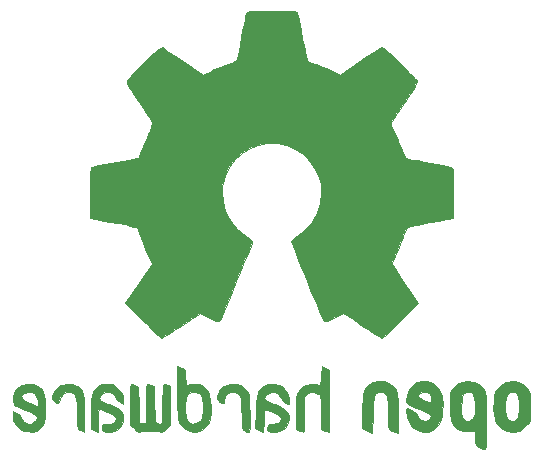
<source format=gbo>
%TF.GenerationSoftware,KiCad,Pcbnew,(5.1.6)-1*%
%TF.CreationDate,2020-09-09T12:12:14+05:30*%
%TF.ProjectId,teenDynClamp_V02,7465656e-4479-46e4-936c-616d705f5630,v02*%
%TF.SameCoordinates,Original*%
%TF.FileFunction,Legend,Bot*%
%TF.FilePolarity,Positive*%
%FSLAX46Y46*%
G04 Gerber Fmt 4.6, Leading zero omitted, Abs format (unit mm)*
G04 Created by KiCad (PCBNEW (5.1.6)-1) date 2020-09-09 12:12:14*
%MOMM*%
%LPD*%
G01*
G04 APERTURE LIST*
%ADD10C,0.010000*%
G04 APERTURE END LIST*
D10*
%TO.C,REF\u002A\u002A*%
G36*
X117693668Y-89327011D02*
G01*
X117321833Y-89512408D01*
X116993640Y-89853769D01*
X116903256Y-89980213D01*
X116804792Y-90145668D01*
X116740906Y-90325374D01*
X116704357Y-90565215D01*
X116687904Y-90911073D01*
X116684291Y-91367669D01*
X116700606Y-91993385D01*
X116757319Y-92463195D01*
X116866077Y-92813694D01*
X117038527Y-93081476D01*
X117286319Y-93303137D01*
X117304526Y-93316261D01*
X117548732Y-93450511D01*
X117842801Y-93516934D01*
X118216793Y-93533310D01*
X118824775Y-93533310D01*
X118825031Y-94123523D01*
X118830688Y-94452234D01*
X118865165Y-94645045D01*
X118955260Y-94760686D01*
X119127773Y-94857881D01*
X119169202Y-94877738D01*
X119363077Y-94970796D01*
X119513187Y-95029572D01*
X119624805Y-95034648D01*
X119703206Y-94966604D01*
X119753665Y-94806023D01*
X119781456Y-94533485D01*
X119791854Y-94129573D01*
X119790133Y-93574868D01*
X119781569Y-92849951D01*
X119778895Y-92633119D01*
X119769259Y-91885673D01*
X119760627Y-91396738D01*
X118825287Y-91396738D01*
X118820030Y-91811753D01*
X118796666Y-92083289D01*
X118743806Y-92262384D01*
X118650062Y-92400078D01*
X118586415Y-92467236D01*
X118326216Y-92663737D01*
X118095842Y-92679732D01*
X117858132Y-92517460D01*
X117852107Y-92511471D01*
X117755391Y-92386060D01*
X117696556Y-92215615D01*
X117666880Y-91953127D01*
X117657638Y-91551586D01*
X117657471Y-91462627D01*
X117679805Y-90909278D01*
X117752506Y-90525684D01*
X117884118Y-90291513D01*
X118083186Y-90186430D01*
X118198238Y-90175839D01*
X118471298Y-90225533D01*
X118658597Y-90389161D01*
X118771340Y-90688539D01*
X118820734Y-91145485D01*
X118825287Y-91396738D01*
X119760627Y-91396738D01*
X119759045Y-91307174D01*
X119745844Y-90871940D01*
X119727247Y-90554292D01*
X119700846Y-90328547D01*
X119664231Y-90169025D01*
X119614995Y-90050045D01*
X119550727Y-89945926D01*
X119523170Y-89906746D01*
X119157625Y-89536656D01*
X118695449Y-89326824D01*
X118160821Y-89268325D01*
X117693668Y-89327011D01*
G37*
X117693668Y-89327011D02*
X117321833Y-89512408D01*
X116993640Y-89853769D01*
X116903256Y-89980213D01*
X116804792Y-90145668D01*
X116740906Y-90325374D01*
X116704357Y-90565215D01*
X116687904Y-90911073D01*
X116684291Y-91367669D01*
X116700606Y-91993385D01*
X116757319Y-92463195D01*
X116866077Y-92813694D01*
X117038527Y-93081476D01*
X117286319Y-93303137D01*
X117304526Y-93316261D01*
X117548732Y-93450511D01*
X117842801Y-93516934D01*
X118216793Y-93533310D01*
X118824775Y-93533310D01*
X118825031Y-94123523D01*
X118830688Y-94452234D01*
X118865165Y-94645045D01*
X118955260Y-94760686D01*
X119127773Y-94857881D01*
X119169202Y-94877738D01*
X119363077Y-94970796D01*
X119513187Y-95029572D01*
X119624805Y-95034648D01*
X119703206Y-94966604D01*
X119753665Y-94806023D01*
X119781456Y-94533485D01*
X119791854Y-94129573D01*
X119790133Y-93574868D01*
X119781569Y-92849951D01*
X119778895Y-92633119D01*
X119769259Y-91885673D01*
X119760627Y-91396738D01*
X118825287Y-91396738D01*
X118820030Y-91811753D01*
X118796666Y-92083289D01*
X118743806Y-92262384D01*
X118650062Y-92400078D01*
X118586415Y-92467236D01*
X118326216Y-92663737D01*
X118095842Y-92679732D01*
X117858132Y-92517460D01*
X117852107Y-92511471D01*
X117755391Y-92386060D01*
X117696556Y-92215615D01*
X117666880Y-91953127D01*
X117657638Y-91551586D01*
X117657471Y-91462627D01*
X117679805Y-90909278D01*
X117752506Y-90525684D01*
X117884118Y-90291513D01*
X118083186Y-90186430D01*
X118198238Y-90175839D01*
X118471298Y-90225533D01*
X118658597Y-90389161D01*
X118771340Y-90688539D01*
X118820734Y-91145485D01*
X118825287Y-91396738D01*
X119760627Y-91396738D01*
X119759045Y-91307174D01*
X119745844Y-90871940D01*
X119727247Y-90554292D01*
X119700846Y-90328547D01*
X119664231Y-90169025D01*
X119614995Y-90050045D01*
X119550727Y-89945926D01*
X119523170Y-89906746D01*
X119157625Y-89536656D01*
X118695449Y-89326824D01*
X118160821Y-89268325D01*
X117693668Y-89327011D01*
G36*
X110208569Y-89379730D02*
G01*
X109896257Y-89560379D01*
X109679119Y-89739689D01*
X109520311Y-89927552D01*
X109410908Y-90157291D01*
X109341980Y-90462228D01*
X109304599Y-90875688D01*
X109289838Y-91430992D01*
X109288122Y-91830171D01*
X109288122Y-93299532D01*
X109701724Y-93484944D01*
X110115325Y-93670357D01*
X110163984Y-92060983D01*
X110184090Y-91459932D01*
X110205182Y-91023669D01*
X110231314Y-90722371D01*
X110266543Y-90526214D01*
X110314923Y-90405376D01*
X110380508Y-90330032D01*
X110401550Y-90313724D01*
X110720375Y-90186355D01*
X111042643Y-90236756D01*
X111234482Y-90370475D01*
X111312518Y-90465232D01*
X111366535Y-90589574D01*
X111400864Y-90778077D01*
X111419837Y-91065314D01*
X111427786Y-91485861D01*
X111429118Y-91924139D01*
X111429380Y-92473998D01*
X111438795Y-92863204D01*
X111470309Y-93125701D01*
X111536867Y-93295436D01*
X111651414Y-93406354D01*
X111826895Y-93492401D01*
X112061277Y-93581814D01*
X112317265Y-93679141D01*
X112286793Y-91951819D01*
X112274522Y-91329130D01*
X112260165Y-90868966D01*
X112239590Y-90539228D01*
X112208660Y-90307817D01*
X112163243Y-90142632D01*
X112099202Y-90011575D01*
X112021994Y-89895947D01*
X111649494Y-89526566D01*
X111194958Y-89312962D01*
X110700583Y-89261796D01*
X110208569Y-89379730D01*
G37*
X110208569Y-89379730D02*
X109896257Y-89560379D01*
X109679119Y-89739689D01*
X109520311Y-89927552D01*
X109410908Y-90157291D01*
X109341980Y-90462228D01*
X109304599Y-90875688D01*
X109289838Y-91430992D01*
X109288122Y-91830171D01*
X109288122Y-93299532D01*
X109701724Y-93484944D01*
X110115325Y-93670357D01*
X110163984Y-92060983D01*
X110184090Y-91459932D01*
X110205182Y-91023669D01*
X110231314Y-90722371D01*
X110266543Y-90526214D01*
X110314923Y-90405376D01*
X110380508Y-90330032D01*
X110401550Y-90313724D01*
X110720375Y-90186355D01*
X111042643Y-90236756D01*
X111234482Y-90370475D01*
X111312518Y-90465232D01*
X111366535Y-90589574D01*
X111400864Y-90778077D01*
X111419837Y-91065314D01*
X111427786Y-91485861D01*
X111429118Y-91924139D01*
X111429380Y-92473998D01*
X111438795Y-92863204D01*
X111470309Y-93125701D01*
X111536867Y-93295436D01*
X111651414Y-93406354D01*
X111826895Y-93492401D01*
X112061277Y-93581814D01*
X112317265Y-93679141D01*
X112286793Y-91951819D01*
X112274522Y-91329130D01*
X112260165Y-90868966D01*
X112239590Y-90539228D01*
X112208660Y-90307817D01*
X112163243Y-90142632D01*
X112099202Y-90011575D01*
X112021994Y-89895947D01*
X111649494Y-89526566D01*
X111194958Y-89312962D01*
X110700583Y-89261796D01*
X110208569Y-89379730D01*
G36*
X121439264Y-89340716D02*
G01*
X120983129Y-89580560D01*
X120646497Y-89966555D01*
X120526918Y-90214710D01*
X120433869Y-90587306D01*
X120386237Y-91058089D01*
X120381721Y-91571904D01*
X120418017Y-92073598D01*
X120492822Y-92508017D01*
X120603832Y-92820009D01*
X120637951Y-92873741D01*
X121042061Y-93274830D01*
X121522044Y-93515058D01*
X122042869Y-93585360D01*
X122569507Y-93476673D01*
X122716067Y-93411512D01*
X123001479Y-93210706D01*
X123251973Y-92944449D01*
X123275646Y-92910681D01*
X123371870Y-92747937D01*
X123435477Y-92573967D01*
X123473053Y-92344949D01*
X123491184Y-92017060D01*
X123496459Y-91546479D01*
X123496551Y-91440973D01*
X123496309Y-91407397D01*
X122523371Y-91407397D01*
X122517708Y-91851521D01*
X122495425Y-92146246D01*
X122448582Y-92336616D01*
X122369238Y-92467673D01*
X122328735Y-92511471D01*
X122095880Y-92677906D01*
X121869804Y-92670315D01*
X121641218Y-92525946D01*
X121504883Y-92371821D01*
X121424140Y-92146858D01*
X121378797Y-91792109D01*
X121375686Y-91750734D01*
X121367947Y-91107822D01*
X121448834Y-90630333D01*
X121617252Y-90321200D01*
X121872107Y-90183356D01*
X121963081Y-90175839D01*
X122201963Y-90213642D01*
X122365367Y-90344612D01*
X122465274Y-90595087D01*
X122513669Y-90991407D01*
X122523371Y-91407397D01*
X123496309Y-91407397D01*
X123492927Y-90939529D01*
X123477707Y-90589163D01*
X123444372Y-90346381D01*
X123386403Y-90167693D01*
X123297281Y-90009605D01*
X123277586Y-89980213D01*
X122946560Y-89584022D01*
X122585861Y-89354027D01*
X122146730Y-89262729D01*
X121997611Y-89258269D01*
X121439264Y-89340716D01*
G37*
X121439264Y-89340716D02*
X120983129Y-89580560D01*
X120646497Y-89966555D01*
X120526918Y-90214710D01*
X120433869Y-90587306D01*
X120386237Y-91058089D01*
X120381721Y-91571904D01*
X120418017Y-92073598D01*
X120492822Y-92508017D01*
X120603832Y-92820009D01*
X120637951Y-92873741D01*
X121042061Y-93274830D01*
X121522044Y-93515058D01*
X122042869Y-93585360D01*
X122569507Y-93476673D01*
X122716067Y-93411512D01*
X123001479Y-93210706D01*
X123251973Y-92944449D01*
X123275646Y-92910681D01*
X123371870Y-92747937D01*
X123435477Y-92573967D01*
X123473053Y-92344949D01*
X123491184Y-92017060D01*
X123496459Y-91546479D01*
X123496551Y-91440973D01*
X123496309Y-91407397D01*
X122523371Y-91407397D01*
X122517708Y-91851521D01*
X122495425Y-92146246D01*
X122448582Y-92336616D01*
X122369238Y-92467673D01*
X122328735Y-92511471D01*
X122095880Y-92677906D01*
X121869804Y-92670315D01*
X121641218Y-92525946D01*
X121504883Y-92371821D01*
X121424140Y-92146858D01*
X121378797Y-91792109D01*
X121375686Y-91750734D01*
X121367947Y-91107822D01*
X121448834Y-90630333D01*
X121617252Y-90321200D01*
X121872107Y-90183356D01*
X121963081Y-90175839D01*
X122201963Y-90213642D01*
X122365367Y-90344612D01*
X122465274Y-90595087D01*
X122513669Y-90991407D01*
X122523371Y-91407397D01*
X123496309Y-91407397D01*
X123492927Y-90939529D01*
X123477707Y-90589163D01*
X123444372Y-90346381D01*
X123386403Y-90167693D01*
X123297281Y-90009605D01*
X123277586Y-89980213D01*
X122946560Y-89584022D01*
X122585861Y-89354027D01*
X122146730Y-89262729D01*
X121997611Y-89258269D01*
X121439264Y-89340716D01*
G36*
X113881494Y-89402921D02*
G01*
X113497807Y-89661038D01*
X113201297Y-90033830D01*
X113024169Y-90508217D01*
X112988344Y-90857382D01*
X112992413Y-91003088D01*
X113026480Y-91114648D01*
X113120129Y-91214596D01*
X113302946Y-91325466D01*
X113604517Y-91469792D01*
X114054427Y-91670109D01*
X114056705Y-91671115D01*
X114470831Y-91860791D01*
X114810425Y-92029218D01*
X115040777Y-92158265D01*
X115127180Y-92229799D01*
X115127203Y-92230376D01*
X115051050Y-92386148D01*
X114872968Y-92557848D01*
X114668526Y-92681537D01*
X114564948Y-92706107D01*
X114282369Y-92621127D01*
X114039024Y-92408304D01*
X113920290Y-92174312D01*
X113806066Y-92001809D01*
X113582323Y-91805362D01*
X113319308Y-91635653D01*
X113087265Y-91543362D01*
X113038742Y-91538291D01*
X112984124Y-91621736D01*
X112980833Y-91835037D01*
X113020972Y-92122642D01*
X113096645Y-92429002D01*
X113199954Y-92698565D01*
X113205172Y-92709031D01*
X113516063Y-93143113D01*
X113918986Y-93438370D01*
X114376576Y-93583288D01*
X114851467Y-93566354D01*
X115306292Y-93376054D01*
X115326515Y-93362673D01*
X115684300Y-93038422D01*
X115919560Y-92615363D01*
X116049755Y-92059086D01*
X116067227Y-91902796D01*
X116098173Y-91165098D01*
X116061074Y-90821081D01*
X115127203Y-90821081D01*
X115115069Y-91035675D01*
X115048702Y-91098303D01*
X114883247Y-91051450D01*
X114622443Y-90940695D01*
X114330914Y-90801864D01*
X114323669Y-90798187D01*
X114076567Y-90668216D01*
X113977395Y-90581480D01*
X114001850Y-90490550D01*
X114104824Y-90371072D01*
X114366799Y-90198170D01*
X114648925Y-90185465D01*
X114901990Y-90311297D01*
X115076785Y-90554005D01*
X115127203Y-90821081D01*
X116061074Y-90821081D01*
X116034521Y-90574869D01*
X115871218Y-90106763D01*
X115643879Y-89778825D01*
X115233550Y-89447432D01*
X114781572Y-89283038D01*
X114320151Y-89272561D01*
X113881494Y-89402921D01*
G37*
X113881494Y-89402921D02*
X113497807Y-89661038D01*
X113201297Y-90033830D01*
X113024169Y-90508217D01*
X112988344Y-90857382D01*
X112992413Y-91003088D01*
X113026480Y-91114648D01*
X113120129Y-91214596D01*
X113302946Y-91325466D01*
X113604517Y-91469792D01*
X114054427Y-91670109D01*
X114056705Y-91671115D01*
X114470831Y-91860791D01*
X114810425Y-92029218D01*
X115040777Y-92158265D01*
X115127180Y-92229799D01*
X115127203Y-92230376D01*
X115051050Y-92386148D01*
X114872968Y-92557848D01*
X114668526Y-92681537D01*
X114564948Y-92706107D01*
X114282369Y-92621127D01*
X114039024Y-92408304D01*
X113920290Y-92174312D01*
X113806066Y-92001809D01*
X113582323Y-91805362D01*
X113319308Y-91635653D01*
X113087265Y-91543362D01*
X113038742Y-91538291D01*
X112984124Y-91621736D01*
X112980833Y-91835037D01*
X113020972Y-92122642D01*
X113096645Y-92429002D01*
X113199954Y-92698565D01*
X113205172Y-92709031D01*
X113516063Y-93143113D01*
X113918986Y-93438370D01*
X114376576Y-93583288D01*
X114851467Y-93566354D01*
X115306292Y-93376054D01*
X115326515Y-93362673D01*
X115684300Y-93038422D01*
X115919560Y-92615363D01*
X116049755Y-92059086D01*
X116067227Y-91902796D01*
X116098173Y-91165098D01*
X116061074Y-90821081D01*
X115127203Y-90821081D01*
X115115069Y-91035675D01*
X115048702Y-91098303D01*
X114883247Y-91051450D01*
X114622443Y-90940695D01*
X114330914Y-90801864D01*
X114323669Y-90798187D01*
X114076567Y-90668216D01*
X113977395Y-90581480D01*
X114001850Y-90490550D01*
X114104824Y-90371072D01*
X114366799Y-90198170D01*
X114648925Y-90185465D01*
X114901990Y-90311297D01*
X115076785Y-90554005D01*
X115127203Y-90821081D01*
X116061074Y-90821081D01*
X116034521Y-90574869D01*
X115871218Y-90106763D01*
X115643879Y-89778825D01*
X115233550Y-89447432D01*
X114781572Y-89283038D01*
X114320151Y-89272561D01*
X113881494Y-89402921D01*
G36*
X105784674Y-88866857D02*
G01*
X105756154Y-89264625D01*
X105723397Y-89499021D01*
X105678004Y-89601263D01*
X105611577Y-89602571D01*
X105590038Y-89590366D01*
X105303534Y-89501993D01*
X104930850Y-89507153D01*
X104551952Y-89597998D01*
X104314966Y-89715518D01*
X104071982Y-89903261D01*
X103894355Y-90115729D01*
X103772417Y-90385699D01*
X103696501Y-90745952D01*
X103656937Y-91229266D01*
X103644060Y-91868422D01*
X103643829Y-91991032D01*
X103643678Y-93368293D01*
X103950154Y-93475131D01*
X104167826Y-93547815D01*
X104287252Y-93581656D01*
X104290767Y-93581969D01*
X104302528Y-93490199D01*
X104312537Y-93237077D01*
X104320033Y-92855882D01*
X104324254Y-92379896D01*
X104324904Y-92090504D01*
X104326258Y-91519910D01*
X104333228Y-91110960D01*
X104350177Y-90830667D01*
X104381468Y-90646045D01*
X104431463Y-90524106D01*
X104504525Y-90431862D01*
X104550142Y-90387439D01*
X104863503Y-90208428D01*
X105205452Y-90195022D01*
X105515701Y-90346416D01*
X105573074Y-90401077D01*
X105657227Y-90503857D01*
X105715599Y-90625771D01*
X105752859Y-90802049D01*
X105773678Y-91067922D01*
X105782726Y-91458618D01*
X105784674Y-91997304D01*
X105784674Y-93368293D01*
X106091150Y-93475131D01*
X106308823Y-93547815D01*
X106428248Y-93581656D01*
X106431763Y-93581969D01*
X106440750Y-93488827D01*
X106448850Y-93226101D01*
X106455740Y-92818844D01*
X106461095Y-92292107D01*
X106464589Y-91670942D01*
X106465898Y-90980401D01*
X106465900Y-90949685D01*
X106465900Y-88317401D01*
X106149616Y-88183989D01*
X105833333Y-88050577D01*
X105784674Y-88866857D01*
G37*
X105784674Y-88866857D02*
X105756154Y-89264625D01*
X105723397Y-89499021D01*
X105678004Y-89601263D01*
X105611577Y-89602571D01*
X105590038Y-89590366D01*
X105303534Y-89501993D01*
X104930850Y-89507153D01*
X104551952Y-89597998D01*
X104314966Y-89715518D01*
X104071982Y-89903261D01*
X103894355Y-90115729D01*
X103772417Y-90385699D01*
X103696501Y-90745952D01*
X103656937Y-91229266D01*
X103644060Y-91868422D01*
X103643829Y-91991032D01*
X103643678Y-93368293D01*
X103950154Y-93475131D01*
X104167826Y-93547815D01*
X104287252Y-93581656D01*
X104290767Y-93581969D01*
X104302528Y-93490199D01*
X104312537Y-93237077D01*
X104320033Y-92855882D01*
X104324254Y-92379896D01*
X104324904Y-92090504D01*
X104326258Y-91519910D01*
X104333228Y-91110960D01*
X104350177Y-90830667D01*
X104381468Y-90646045D01*
X104431463Y-90524106D01*
X104504525Y-90431862D01*
X104550142Y-90387439D01*
X104863503Y-90208428D01*
X105205452Y-90195022D01*
X105515701Y-90346416D01*
X105573074Y-90401077D01*
X105657227Y-90503857D01*
X105715599Y-90625771D01*
X105752859Y-90802049D01*
X105773678Y-91067922D01*
X105782726Y-91458618D01*
X105784674Y-91997304D01*
X105784674Y-93368293D01*
X106091150Y-93475131D01*
X106308823Y-93547815D01*
X106428248Y-93581656D01*
X106431763Y-93581969D01*
X106440750Y-93488827D01*
X106448850Y-93226101D01*
X106455740Y-92818844D01*
X106461095Y-92292107D01*
X106464589Y-91670942D01*
X106465898Y-90980401D01*
X106465900Y-90949685D01*
X106465900Y-88317401D01*
X106149616Y-88183989D01*
X105833333Y-88050577D01*
X105784674Y-88866857D01*
G36*
X101333518Y-89535201D02*
G01*
X100952190Y-89676806D01*
X100947828Y-89679528D01*
X100711989Y-89853100D01*
X100537881Y-90055945D01*
X100415429Y-90320290D01*
X100334554Y-90678363D01*
X100285182Y-91162390D01*
X100257236Y-91804598D01*
X100254786Y-91896095D01*
X100219601Y-93275737D01*
X100515696Y-93428853D01*
X100729940Y-93532326D01*
X100859299Y-93581355D01*
X100865282Y-93581969D01*
X100887668Y-93491502D01*
X100905451Y-93247471D01*
X100916389Y-92890936D01*
X100918774Y-92602231D01*
X100918829Y-92134541D01*
X100940209Y-91840837D01*
X101014734Y-91700751D01*
X101174225Y-91693916D01*
X101450502Y-91799966D01*
X101867624Y-91994908D01*
X102174343Y-92156817D01*
X102332097Y-92297288D01*
X102378473Y-92450387D01*
X102378544Y-92457964D01*
X102302015Y-92721703D01*
X102075434Y-92864182D01*
X101728673Y-92884820D01*
X101478900Y-92881240D01*
X101347202Y-92953177D01*
X101265072Y-93125969D01*
X101217802Y-93346108D01*
X101285923Y-93471015D01*
X101311573Y-93488891D01*
X101553057Y-93560686D01*
X101891224Y-93570851D01*
X102239478Y-93523262D01*
X102486248Y-93436293D01*
X102827426Y-93146618D01*
X103021363Y-92743387D01*
X103059770Y-92428359D01*
X103030460Y-92144207D01*
X102924398Y-91912254D01*
X102714388Y-91706241D01*
X102373229Y-91499907D01*
X101873725Y-91266991D01*
X101843295Y-91253827D01*
X101393342Y-91045961D01*
X101115687Y-90875486D01*
X100996676Y-90722294D01*
X101022656Y-90566277D01*
X101179976Y-90387327D01*
X101227020Y-90346146D01*
X101542135Y-90186471D01*
X101868647Y-90193194D01*
X102153011Y-90349747D01*
X102341680Y-90639562D01*
X102359210Y-90696448D01*
X102529924Y-90972347D01*
X102746542Y-91105239D01*
X103059770Y-91236941D01*
X103059770Y-90896193D01*
X102964489Y-90400907D01*
X102681682Y-89946613D01*
X102534516Y-89794636D01*
X102199982Y-89599579D01*
X101774549Y-89511280D01*
X101333518Y-89535201D01*
G37*
X101333518Y-89535201D02*
X100952190Y-89676806D01*
X100947828Y-89679528D01*
X100711989Y-89853100D01*
X100537881Y-90055945D01*
X100415429Y-90320290D01*
X100334554Y-90678363D01*
X100285182Y-91162390D01*
X100257236Y-91804598D01*
X100254786Y-91896095D01*
X100219601Y-93275737D01*
X100515696Y-93428853D01*
X100729940Y-93532326D01*
X100859299Y-93581355D01*
X100865282Y-93581969D01*
X100887668Y-93491502D01*
X100905451Y-93247471D01*
X100916389Y-92890936D01*
X100918774Y-92602231D01*
X100918829Y-92134541D01*
X100940209Y-91840837D01*
X101014734Y-91700751D01*
X101174225Y-91693916D01*
X101450502Y-91799966D01*
X101867624Y-91994908D01*
X102174343Y-92156817D01*
X102332097Y-92297288D01*
X102378473Y-92450387D01*
X102378544Y-92457964D01*
X102302015Y-92721703D01*
X102075434Y-92864182D01*
X101728673Y-92884820D01*
X101478900Y-92881240D01*
X101347202Y-92953177D01*
X101265072Y-93125969D01*
X101217802Y-93346108D01*
X101285923Y-93471015D01*
X101311573Y-93488891D01*
X101553057Y-93560686D01*
X101891224Y-93570851D01*
X102239478Y-93523262D01*
X102486248Y-93436293D01*
X102827426Y-93146618D01*
X103021363Y-92743387D01*
X103059770Y-92428359D01*
X103030460Y-92144207D01*
X102924398Y-91912254D01*
X102714388Y-91706241D01*
X102373229Y-91499907D01*
X101873725Y-91266991D01*
X101843295Y-91253827D01*
X101393342Y-91045961D01*
X101115687Y-90875486D01*
X100996676Y-90722294D01*
X101022656Y-90566277D01*
X101179976Y-90387327D01*
X101227020Y-90346146D01*
X101542135Y-90186471D01*
X101868647Y-90193194D01*
X102153011Y-90349747D01*
X102341680Y-90639562D01*
X102359210Y-90696448D01*
X102529924Y-90972347D01*
X102746542Y-91105239D01*
X103059770Y-91236941D01*
X103059770Y-90896193D01*
X102964489Y-90400907D01*
X102681682Y-89946613D01*
X102534516Y-89794636D01*
X102199982Y-89599579D01*
X101774549Y-89511280D01*
X101333518Y-89535201D01*
G36*
X98046857Y-89527067D02*
G01*
X97604783Y-89690198D01*
X97246635Y-89978731D01*
X97106561Y-90181840D01*
X96953858Y-90554536D01*
X96957030Y-90824019D01*
X97117306Y-91005262D01*
X97176609Y-91036080D01*
X97432652Y-91132168D01*
X97563413Y-91107551D01*
X97607704Y-90946195D01*
X97609961Y-90857065D01*
X97691047Y-90529161D01*
X97902397Y-90299781D01*
X98196153Y-90188994D01*
X98524455Y-90216870D01*
X98791326Y-90361653D01*
X98881463Y-90444239D01*
X98945354Y-90544431D01*
X98988513Y-90695884D01*
X99016454Y-90932255D01*
X99034691Y-91287199D01*
X99048739Y-91794372D01*
X99052377Y-91954958D01*
X99065644Y-92504316D01*
X99080729Y-92890961D01*
X99103351Y-93146776D01*
X99139231Y-93303644D01*
X99194090Y-93393449D01*
X99273646Y-93448075D01*
X99324581Y-93472209D01*
X99540889Y-93554734D01*
X99668220Y-93581969D01*
X99710293Y-93491009D01*
X99735974Y-93216012D01*
X99745401Y-92753803D01*
X99738712Y-92101207D01*
X99736629Y-92000552D01*
X99721930Y-91405162D01*
X99704549Y-90970410D01*
X99679816Y-90662305D01*
X99643060Y-90446859D01*
X99589610Y-90290083D01*
X99514796Y-90157987D01*
X99475661Y-90101382D01*
X99251269Y-89850933D01*
X99000300Y-89656126D01*
X98969574Y-89639122D01*
X98519555Y-89504865D01*
X98046857Y-89527067D01*
G37*
X98046857Y-89527067D02*
X97604783Y-89690198D01*
X97246635Y-89978731D01*
X97106561Y-90181840D01*
X96953858Y-90554536D01*
X96957030Y-90824019D01*
X97117306Y-91005262D01*
X97176609Y-91036080D01*
X97432652Y-91132168D01*
X97563413Y-91107551D01*
X97607704Y-90946195D01*
X97609961Y-90857065D01*
X97691047Y-90529161D01*
X97902397Y-90299781D01*
X98196153Y-90188994D01*
X98524455Y-90216870D01*
X98791326Y-90361653D01*
X98881463Y-90444239D01*
X98945354Y-90544431D01*
X98988513Y-90695884D01*
X99016454Y-90932255D01*
X99034691Y-91287199D01*
X99048739Y-91794372D01*
X99052377Y-91954958D01*
X99065644Y-92504316D01*
X99080729Y-92890961D01*
X99103351Y-93146776D01*
X99139231Y-93303644D01*
X99194090Y-93393449D01*
X99273646Y-93448075D01*
X99324581Y-93472209D01*
X99540889Y-93554734D01*
X99668220Y-93581969D01*
X99710293Y-93491009D01*
X99735974Y-93216012D01*
X99745401Y-92753803D01*
X99738712Y-92101207D01*
X99736629Y-92000552D01*
X99721930Y-91405162D01*
X99704549Y-90970410D01*
X99679816Y-90662305D01*
X99643060Y-90446859D01*
X99589610Y-90290083D01*
X99514796Y-90157987D01*
X99475661Y-90101382D01*
X99251269Y-89850933D01*
X99000300Y-89656126D01*
X98969574Y-89639122D01*
X98519555Y-89504865D01*
X98046857Y-89527067D01*
G36*
X93620287Y-90302185D02*
G01*
X93621522Y-91029538D01*
X93626307Y-91589064D01*
X93636658Y-92007568D01*
X93654593Y-92311851D01*
X93682128Y-92528717D01*
X93721279Y-92684970D01*
X93774064Y-92807413D01*
X93814033Y-92877303D01*
X94145034Y-93256314D01*
X94564705Y-93493883D01*
X95029028Y-93579127D01*
X95493984Y-93501166D01*
X95770857Y-93361064D01*
X96061516Y-93118705D01*
X96259611Y-92822707D01*
X96379130Y-92435068D01*
X96434062Y-91917784D01*
X96441843Y-91538291D01*
X96440794Y-91511020D01*
X95760919Y-91511020D01*
X95756767Y-91946191D01*
X95737740Y-92234268D01*
X95693985Y-92422727D01*
X95615648Y-92559046D01*
X95522048Y-92661872D01*
X95207708Y-92860350D01*
X94870200Y-92877306D01*
X94551214Y-92711597D01*
X94526387Y-92689143D01*
X94420418Y-92572341D01*
X94353973Y-92433371D01*
X94318001Y-92226539D01*
X94303450Y-91906146D01*
X94301149Y-91551929D01*
X94306137Y-91106934D01*
X94326785Y-90810074D01*
X94371619Y-90614977D01*
X94449165Y-90475273D01*
X94512749Y-90401077D01*
X94808123Y-90213950D01*
X95148308Y-90191450D01*
X95473016Y-90334379D01*
X95535681Y-90387439D01*
X95642356Y-90505272D01*
X95708939Y-90645673D01*
X95744689Y-90854836D01*
X95758868Y-91178958D01*
X95760919Y-91511020D01*
X96440794Y-91511020D01*
X96418320Y-90927157D01*
X96338427Y-90467985D01*
X96188174Y-90122774D01*
X95953572Y-89853519D01*
X95770857Y-89715518D01*
X95438747Y-89566428D01*
X95053817Y-89497225D01*
X94696003Y-89515749D01*
X94495785Y-89590476D01*
X94417215Y-89611743D01*
X94365078Y-89532449D01*
X94328684Y-89319961D01*
X94301149Y-88996290D01*
X94271003Y-88635804D01*
X94229129Y-88418916D01*
X94152936Y-88294892D01*
X94019831Y-88212997D01*
X93936206Y-88176731D01*
X93619923Y-88044239D01*
X93620287Y-90302185D01*
G37*
X93620287Y-90302185D02*
X93621522Y-91029538D01*
X93626307Y-91589064D01*
X93636658Y-92007568D01*
X93654593Y-92311851D01*
X93682128Y-92528717D01*
X93721279Y-92684970D01*
X93774064Y-92807413D01*
X93814033Y-92877303D01*
X94145034Y-93256314D01*
X94564705Y-93493883D01*
X95029028Y-93579127D01*
X95493984Y-93501166D01*
X95770857Y-93361064D01*
X96061516Y-93118705D01*
X96259611Y-92822707D01*
X96379130Y-92435068D01*
X96434062Y-91917784D01*
X96441843Y-91538291D01*
X96440794Y-91511020D01*
X95760919Y-91511020D01*
X95756767Y-91946191D01*
X95737740Y-92234268D01*
X95693985Y-92422727D01*
X95615648Y-92559046D01*
X95522048Y-92661872D01*
X95207708Y-92860350D01*
X94870200Y-92877306D01*
X94551214Y-92711597D01*
X94526387Y-92689143D01*
X94420418Y-92572341D01*
X94353973Y-92433371D01*
X94318001Y-92226539D01*
X94303450Y-91906146D01*
X94301149Y-91551929D01*
X94306137Y-91106934D01*
X94326785Y-90810074D01*
X94371619Y-90614977D01*
X94449165Y-90475273D01*
X94512749Y-90401077D01*
X94808123Y-90213950D01*
X95148308Y-90191450D01*
X95473016Y-90334379D01*
X95535681Y-90387439D01*
X95642356Y-90505272D01*
X95708939Y-90645673D01*
X95744689Y-90854836D01*
X95758868Y-91178958D01*
X95760919Y-91511020D01*
X96440794Y-91511020D01*
X96418320Y-90927157D01*
X96338427Y-90467985D01*
X96188174Y-90122774D01*
X95953572Y-89853519D01*
X95770857Y-89715518D01*
X95438747Y-89566428D01*
X95053817Y-89497225D01*
X94696003Y-89515749D01*
X94495785Y-89590476D01*
X94417215Y-89611743D01*
X94365078Y-89532449D01*
X94328684Y-89319961D01*
X94301149Y-88996290D01*
X94271003Y-88635804D01*
X94229129Y-88418916D01*
X94152936Y-88294892D01*
X94019831Y-88212997D01*
X93936206Y-88176731D01*
X93619923Y-88044239D01*
X93620287Y-90302185D01*
G36*
X89666254Y-89586800D02*
G01*
X89651402Y-89842843D01*
X89639764Y-90231970D01*
X89632283Y-90723404D01*
X89629885Y-91238851D01*
X89629885Y-92983089D01*
X89937851Y-93291055D01*
X90150074Y-93480823D01*
X90336369Y-93557690D01*
X90590993Y-93552825D01*
X90692065Y-93540446D01*
X91007966Y-93504419D01*
X91269259Y-93483776D01*
X91332950Y-93481870D01*
X91547669Y-93494341D01*
X91854763Y-93525647D01*
X91973834Y-93540446D01*
X92266286Y-93563336D01*
X92462823Y-93513615D01*
X92657701Y-93360116D01*
X92728049Y-93291055D01*
X93036015Y-92983089D01*
X93036015Y-89720491D01*
X92788141Y-89607552D01*
X92574701Y-89523899D01*
X92449826Y-89494613D01*
X92417808Y-89587166D01*
X92387884Y-89845767D01*
X92362045Y-90241828D01*
X92342287Y-90746759D01*
X92332757Y-91173349D01*
X92306130Y-92852084D01*
X92073841Y-92884928D01*
X91862569Y-92861964D01*
X91759047Y-92787610D01*
X91730111Y-92648596D01*
X91705405Y-92352479D01*
X91686896Y-91936781D01*
X91676545Y-91439023D01*
X91675053Y-91182869D01*
X91673563Y-89708289D01*
X91367087Y-89601451D01*
X91150168Y-89528811D01*
X91032175Y-89494936D01*
X91028772Y-89494613D01*
X91016934Y-89586697D01*
X91003923Y-89842036D01*
X90990829Y-90229264D01*
X90978747Y-90717014D01*
X90970305Y-91173349D01*
X90943678Y-92852084D01*
X90359770Y-92852084D01*
X90332975Y-91320550D01*
X90306181Y-89789016D01*
X90021525Y-89641815D01*
X89811356Y-89540731D01*
X89686966Y-89494861D01*
X89683376Y-89494613D01*
X89666254Y-89586800D01*
G37*
X89666254Y-89586800D02*
X89651402Y-89842843D01*
X89639764Y-90231970D01*
X89632283Y-90723404D01*
X89629885Y-91238851D01*
X89629885Y-92983089D01*
X89937851Y-93291055D01*
X90150074Y-93480823D01*
X90336369Y-93557690D01*
X90590993Y-93552825D01*
X90692065Y-93540446D01*
X91007966Y-93504419D01*
X91269259Y-93483776D01*
X91332950Y-93481870D01*
X91547669Y-93494341D01*
X91854763Y-93525647D01*
X91973834Y-93540446D01*
X92266286Y-93563336D01*
X92462823Y-93513615D01*
X92657701Y-93360116D01*
X92728049Y-93291055D01*
X93036015Y-92983089D01*
X93036015Y-89720491D01*
X92788141Y-89607552D01*
X92574701Y-89523899D01*
X92449826Y-89494613D01*
X92417808Y-89587166D01*
X92387884Y-89845767D01*
X92362045Y-90241828D01*
X92342287Y-90746759D01*
X92332757Y-91173349D01*
X92306130Y-92852084D01*
X92073841Y-92884928D01*
X91862569Y-92861964D01*
X91759047Y-92787610D01*
X91730111Y-92648596D01*
X91705405Y-92352479D01*
X91686896Y-91936781D01*
X91676545Y-91439023D01*
X91675053Y-91182869D01*
X91673563Y-89708289D01*
X91367087Y-89601451D01*
X91150168Y-89528811D01*
X91032175Y-89494936D01*
X91028772Y-89494613D01*
X91016934Y-89586697D01*
X91003923Y-89842036D01*
X90990829Y-90229264D01*
X90978747Y-90717014D01*
X90970305Y-91173349D01*
X90943678Y-92852084D01*
X90359770Y-92852084D01*
X90332975Y-91320550D01*
X90306181Y-89789016D01*
X90021525Y-89641815D01*
X89811356Y-89540731D01*
X89686966Y-89494861D01*
X89683376Y-89494613D01*
X89666254Y-89586800D01*
G36*
X87218645Y-89571188D02*
G01*
X86938437Y-89698645D01*
X86718500Y-89853085D01*
X86557352Y-90025774D01*
X86446092Y-90248544D01*
X86375822Y-90553231D01*
X86337643Y-90971669D01*
X86322656Y-91535692D01*
X86321072Y-91907109D01*
X86321072Y-93356091D01*
X86568947Y-93469030D01*
X86764180Y-93551573D01*
X86860901Y-93581969D01*
X86879405Y-93491523D01*
X86894084Y-93247648D01*
X86903072Y-92891544D01*
X86904980Y-92608789D01*
X86913181Y-92200291D01*
X86935292Y-91876226D01*
X86967579Y-91677782D01*
X86993227Y-91635609D01*
X87165629Y-91678675D01*
X87436276Y-91789131D01*
X87749660Y-91938871D01*
X88050275Y-92099783D01*
X88282615Y-92243760D01*
X88391174Y-92342692D01*
X88391604Y-92343762D01*
X88382266Y-92526856D01*
X88298536Y-92701639D01*
X88151530Y-92843604D01*
X87936969Y-92891086D01*
X87753597Y-92885553D01*
X87493885Y-92881482D01*
X87357558Y-92942328D01*
X87275683Y-93103085D01*
X87265359Y-93133399D01*
X87229866Y-93362661D01*
X87324782Y-93501867D01*
X87572186Y-93568210D01*
X87839439Y-93580479D01*
X88320366Y-93489526D01*
X88569324Y-93359634D01*
X88876791Y-93054492D01*
X89039855Y-92679941D01*
X89054488Y-92284170D01*
X88916662Y-91915369D01*
X88709345Y-91684268D01*
X88502355Y-91554884D01*
X88177016Y-91391083D01*
X87797893Y-91224972D01*
X87734700Y-91199590D01*
X87318262Y-91015816D01*
X87078204Y-90853846D01*
X87000999Y-90692825D01*
X87073121Y-90511900D01*
X87196934Y-90370475D01*
X87489575Y-90196340D01*
X87811567Y-90183279D01*
X88106854Y-90317469D01*
X88319381Y-90585088D01*
X88347276Y-90654133D01*
X88509681Y-90908084D01*
X88746784Y-91096617D01*
X89045977Y-91251336D01*
X89045977Y-90812614D01*
X89028367Y-90544559D01*
X88952860Y-90333288D01*
X88785443Y-90107877D01*
X88624728Y-89934253D01*
X88374818Y-89688407D01*
X88180647Y-89556341D01*
X87972093Y-89503367D01*
X87736023Y-89494613D01*
X87218645Y-89571188D01*
G37*
X87218645Y-89571188D02*
X86938437Y-89698645D01*
X86718500Y-89853085D01*
X86557352Y-90025774D01*
X86446092Y-90248544D01*
X86375822Y-90553231D01*
X86337643Y-90971669D01*
X86322656Y-91535692D01*
X86321072Y-91907109D01*
X86321072Y-93356091D01*
X86568947Y-93469030D01*
X86764180Y-93551573D01*
X86860901Y-93581969D01*
X86879405Y-93491523D01*
X86894084Y-93247648D01*
X86903072Y-92891544D01*
X86904980Y-92608789D01*
X86913181Y-92200291D01*
X86935292Y-91876226D01*
X86967579Y-91677782D01*
X86993227Y-91635609D01*
X87165629Y-91678675D01*
X87436276Y-91789131D01*
X87749660Y-91938871D01*
X88050275Y-92099783D01*
X88282615Y-92243760D01*
X88391174Y-92342692D01*
X88391604Y-92343762D01*
X88382266Y-92526856D01*
X88298536Y-92701639D01*
X88151530Y-92843604D01*
X87936969Y-92891086D01*
X87753597Y-92885553D01*
X87493885Y-92881482D01*
X87357558Y-92942328D01*
X87275683Y-93103085D01*
X87265359Y-93133399D01*
X87229866Y-93362661D01*
X87324782Y-93501867D01*
X87572186Y-93568210D01*
X87839439Y-93580479D01*
X88320366Y-93489526D01*
X88569324Y-93359634D01*
X88876791Y-93054492D01*
X89039855Y-92679941D01*
X89054488Y-92284170D01*
X88916662Y-91915369D01*
X88709345Y-91684268D01*
X88502355Y-91554884D01*
X88177016Y-91391083D01*
X87797893Y-91224972D01*
X87734700Y-91199590D01*
X87318262Y-91015816D01*
X87078204Y-90853846D01*
X87000999Y-90692825D01*
X87073121Y-90511900D01*
X87196934Y-90370475D01*
X87489575Y-90196340D01*
X87811567Y-90183279D01*
X88106854Y-90317469D01*
X88319381Y-90585088D01*
X88347276Y-90654133D01*
X88509681Y-90908084D01*
X88746784Y-91096617D01*
X89045977Y-91251336D01*
X89045977Y-90812614D01*
X89028367Y-90544559D01*
X88952860Y-90333288D01*
X88785443Y-90107877D01*
X88624728Y-89934253D01*
X88374818Y-89688407D01*
X88180647Y-89556341D01*
X87972093Y-89503367D01*
X87736023Y-89494613D01*
X87218645Y-89571188D01*
G36*
X83814368Y-89587394D02*
G01*
X83698049Y-89638231D01*
X83420410Y-89858117D01*
X83182991Y-90176059D01*
X83036158Y-90515354D01*
X83012260Y-90682625D01*
X83092382Y-90916156D01*
X83268131Y-91039724D01*
X83456564Y-91114546D01*
X83542846Y-91128333D01*
X83584859Y-91028276D01*
X83667820Y-90810537D01*
X83704216Y-90712152D01*
X83908305Y-90371826D01*
X84203795Y-90202076D01*
X84582690Y-90207296D01*
X84610754Y-90213982D01*
X84813039Y-90309889D01*
X84961753Y-90496863D01*
X85063325Y-90797877D01*
X85124185Y-91235902D01*
X85150765Y-91833912D01*
X85153256Y-92152112D01*
X85154493Y-92653710D01*
X85162591Y-92995650D01*
X85184134Y-93212907D01*
X85225707Y-93340460D01*
X85293891Y-93413285D01*
X85395271Y-93466358D01*
X85401130Y-93469030D01*
X85596364Y-93551573D01*
X85693084Y-93581969D01*
X85707946Y-93490074D01*
X85720669Y-93236067D01*
X85730337Y-92852470D01*
X85736030Y-92371804D01*
X85737164Y-92020048D01*
X85731374Y-91339375D01*
X85708727Y-90822989D01*
X85661309Y-90440747D01*
X85581207Y-90162505D01*
X85460507Y-89958120D01*
X85291294Y-89797448D01*
X85124202Y-89685309D01*
X84722418Y-89536064D01*
X84254808Y-89502403D01*
X83814368Y-89587394D01*
G37*
X83814368Y-89587394D02*
X83698049Y-89638231D01*
X83420410Y-89858117D01*
X83182991Y-90176059D01*
X83036158Y-90515354D01*
X83012260Y-90682625D01*
X83092382Y-90916156D01*
X83268131Y-91039724D01*
X83456564Y-91114546D01*
X83542846Y-91128333D01*
X83584859Y-91028276D01*
X83667820Y-90810537D01*
X83704216Y-90712152D01*
X83908305Y-90371826D01*
X84203795Y-90202076D01*
X84582690Y-90207296D01*
X84610754Y-90213982D01*
X84813039Y-90309889D01*
X84961753Y-90496863D01*
X85063325Y-90797877D01*
X85124185Y-91235902D01*
X85150765Y-91833912D01*
X85153256Y-92152112D01*
X85154493Y-92653710D01*
X85162591Y-92995650D01*
X85184134Y-93212907D01*
X85225707Y-93340460D01*
X85293891Y-93413285D01*
X85395271Y-93466358D01*
X85401130Y-93469030D01*
X85596364Y-93551573D01*
X85693084Y-93581969D01*
X85707946Y-93490074D01*
X85720669Y-93236067D01*
X85730337Y-92852470D01*
X85736030Y-92371804D01*
X85737164Y-92020048D01*
X85731374Y-91339375D01*
X85708727Y-90822989D01*
X85661309Y-90440747D01*
X85581207Y-90162505D01*
X85460507Y-89958120D01*
X85291294Y-89797448D01*
X85124202Y-89685309D01*
X84722418Y-89536064D01*
X84254808Y-89502403D01*
X83814368Y-89587394D01*
G36*
X80455203Y-89642466D02*
G01*
X80070167Y-89894113D01*
X79884453Y-90119391D01*
X79737321Y-90528183D01*
X79725635Y-90851660D01*
X79752107Y-91284187D01*
X80749616Y-91720796D01*
X81234631Y-91943860D01*
X81551543Y-92123299D01*
X81716328Y-92278721D01*
X81744964Y-92429733D01*
X81653427Y-92595941D01*
X81552490Y-92706107D01*
X81258790Y-92882778D01*
X80939345Y-92895157D01*
X80645960Y-92757470D01*
X80430438Y-92483944D01*
X80391890Y-92387359D01*
X80207248Y-92085695D01*
X79994824Y-91957134D01*
X79703448Y-91847152D01*
X79703448Y-92264114D01*
X79729208Y-92547852D01*
X79830114Y-92787126D01*
X80041606Y-93061854D01*
X80073041Y-93097554D01*
X80308290Y-93341971D01*
X80510509Y-93473140D01*
X80763500Y-93533484D01*
X80973232Y-93553246D01*
X81348378Y-93558169D01*
X81615433Y-93495783D01*
X81782034Y-93403157D01*
X82043874Y-93199469D01*
X82225122Y-92979181D01*
X82339827Y-92702137D01*
X82402041Y-92328180D01*
X82425813Y-91817154D01*
X82427711Y-91557788D01*
X82421259Y-91246842D01*
X81833669Y-91246842D01*
X81826854Y-91413654D01*
X81809869Y-91440973D01*
X81697781Y-91403861D01*
X81456565Y-91305644D01*
X81134175Y-91166003D01*
X81066756Y-91135990D01*
X80659323Y-90928808D01*
X80434842Y-90746717D01*
X80385507Y-90576162D01*
X80503510Y-90403588D01*
X80600964Y-90327334D01*
X80952612Y-90174833D01*
X81281746Y-90200028D01*
X81557292Y-90386171D01*
X81748174Y-90716511D01*
X81809373Y-90978713D01*
X81833669Y-91246842D01*
X82421259Y-91246842D01*
X82415136Y-90951837D01*
X82368803Y-90503511D01*
X82277020Y-90177052D01*
X82128092Y-89936704D01*
X81910329Y-89746709D01*
X81815390Y-89685309D01*
X81384124Y-89525406D01*
X80911959Y-89515344D01*
X80455203Y-89642466D01*
G37*
X80455203Y-89642466D02*
X80070167Y-89894113D01*
X79884453Y-90119391D01*
X79737321Y-90528183D01*
X79725635Y-90851660D01*
X79752107Y-91284187D01*
X80749616Y-91720796D01*
X81234631Y-91943860D01*
X81551543Y-92123299D01*
X81716328Y-92278721D01*
X81744964Y-92429733D01*
X81653427Y-92595941D01*
X81552490Y-92706107D01*
X81258790Y-92882778D01*
X80939345Y-92895157D01*
X80645960Y-92757470D01*
X80430438Y-92483944D01*
X80391890Y-92387359D01*
X80207248Y-92085695D01*
X79994824Y-91957134D01*
X79703448Y-91847152D01*
X79703448Y-92264114D01*
X79729208Y-92547852D01*
X79830114Y-92787126D01*
X80041606Y-93061854D01*
X80073041Y-93097554D01*
X80308290Y-93341971D01*
X80510509Y-93473140D01*
X80763500Y-93533484D01*
X80973232Y-93553246D01*
X81348378Y-93558169D01*
X81615433Y-93495783D01*
X81782034Y-93403157D01*
X82043874Y-93199469D01*
X82225122Y-92979181D01*
X82339827Y-92702137D01*
X82402041Y-92328180D01*
X82425813Y-91817154D01*
X82427711Y-91557788D01*
X82421259Y-91246842D01*
X81833669Y-91246842D01*
X81826854Y-91413654D01*
X81809869Y-91440973D01*
X81697781Y-91403861D01*
X81456565Y-91305644D01*
X81134175Y-91166003D01*
X81066756Y-91135990D01*
X80659323Y-90928808D01*
X80434842Y-90746717D01*
X80385507Y-90576162D01*
X80503510Y-90403588D01*
X80600964Y-90327334D01*
X80952612Y-90174833D01*
X81281746Y-90200028D01*
X81557292Y-90386171D01*
X81748174Y-90716511D01*
X81809373Y-90978713D01*
X81833669Y-91246842D01*
X82421259Y-91246842D01*
X82415136Y-90951837D01*
X82368803Y-90503511D01*
X82277020Y-90177052D01*
X82128092Y-89936704D01*
X81910329Y-89746709D01*
X81815390Y-89685309D01*
X81384124Y-89525406D01*
X80911959Y-89515344D01*
X80455203Y-89642466D01*
G36*
X100903287Y-57963994D02*
G01*
X100376646Y-57966877D01*
X99995509Y-57974684D01*
X99735311Y-57989873D01*
X99571486Y-58014900D01*
X99479469Y-58052222D01*
X99434695Y-58104295D01*
X99412596Y-58173576D01*
X99410449Y-58182544D01*
X99376882Y-58344377D01*
X99314750Y-58663683D01*
X99230516Y-59106475D01*
X99130643Y-59638769D01*
X99021595Y-60226579D01*
X99017786Y-60247223D01*
X98908555Y-60823272D01*
X98806357Y-61332230D01*
X98717788Y-61743570D01*
X98649442Y-62026769D01*
X98607915Y-62151300D01*
X98605934Y-62153506D01*
X98483603Y-62214318D01*
X98231381Y-62315656D01*
X97903739Y-62435643D01*
X97901915Y-62436283D01*
X97489224Y-62591407D01*
X97002681Y-62789013D01*
X96544062Y-62987696D01*
X96522357Y-62997520D01*
X95775366Y-63336551D01*
X94121271Y-62206990D01*
X93613847Y-61862640D01*
X93154197Y-61554790D01*
X92768950Y-61300947D01*
X92484737Y-61118617D01*
X92328186Y-61025309D01*
X92313320Y-61018389D01*
X92199552Y-61049199D01*
X91987062Y-61197853D01*
X91667563Y-61471362D01*
X91232768Y-61876736D01*
X90788905Y-62308015D01*
X90361019Y-62733006D01*
X89978063Y-63120820D01*
X89663091Y-63447508D01*
X89439157Y-63689122D01*
X89329314Y-63821710D01*
X89325228Y-63828536D01*
X89313085Y-63919522D01*
X89358832Y-64068112D01*
X89473770Y-64294372D01*
X89669202Y-64618370D01*
X89956432Y-65060171D01*
X90339335Y-65628919D01*
X90679154Y-66129517D01*
X90982924Y-66578499D01*
X91233091Y-66949799D01*
X91412102Y-67217349D01*
X91502401Y-67355084D01*
X91508085Y-67364435D01*
X91497060Y-67496402D01*
X91413490Y-67752896D01*
X91274006Y-68085439D01*
X91224293Y-68191638D01*
X91007379Y-68664753D01*
X90775960Y-69201578D01*
X90587970Y-69666069D01*
X90452511Y-70010813D01*
X90344914Y-70272805D01*
X90282739Y-70409733D01*
X90275009Y-70420284D01*
X90160658Y-70437760D01*
X89891104Y-70485646D01*
X89502188Y-70557123D01*
X89029751Y-70645377D01*
X88509633Y-70743589D01*
X87977674Y-70844944D01*
X87469715Y-70942626D01*
X87021598Y-71029817D01*
X86669161Y-71099702D01*
X86448246Y-71145463D01*
X86394061Y-71158402D01*
X86338089Y-71190334D01*
X86295838Y-71262454D01*
X86265407Y-71399104D01*
X86244895Y-71624629D01*
X86232401Y-71963372D01*
X86226025Y-72439676D01*
X86223866Y-73077884D01*
X86223754Y-73339482D01*
X86223754Y-75467021D01*
X86734674Y-75567865D01*
X87018926Y-75622546D01*
X87443101Y-75702364D01*
X87955615Y-75797689D01*
X88504885Y-75898891D01*
X88656705Y-75926688D01*
X89163559Y-76025234D01*
X89605107Y-76122140D01*
X89944287Y-76208429D01*
X90144041Y-76275125D01*
X90177315Y-76295004D01*
X90259023Y-76435781D01*
X90376174Y-76708565D01*
X90506090Y-77059610D01*
X90531859Y-77135226D01*
X90702133Y-77604059D01*
X90913488Y-78133048D01*
X91120320Y-78608082D01*
X91121340Y-78610288D01*
X91465776Y-79355465D01*
X90332953Y-81021786D01*
X89200131Y-82688106D01*
X90654596Y-84144999D01*
X91094504Y-84578603D01*
X91495736Y-84960828D01*
X91835756Y-85271271D01*
X92092030Y-85489527D01*
X92242022Y-85595189D01*
X92263539Y-85601893D01*
X92389866Y-85549098D01*
X92647641Y-85402320D01*
X93008703Y-85178967D01*
X93444893Y-84896448D01*
X93916493Y-84580054D01*
X94395129Y-84257327D01*
X94821882Y-83976504D01*
X95169650Y-83754861D01*
X95411333Y-83609675D01*
X95519474Y-83558215D01*
X95651413Y-83601759D01*
X95901604Y-83716501D01*
X96218441Y-83878600D01*
X96252027Y-83896617D01*
X96678696Y-84110600D01*
X96971273Y-84215543D01*
X97153240Y-84216659D01*
X97248082Y-84119159D01*
X97248634Y-84117793D01*
X97296041Y-84002327D01*
X97409103Y-83728229D01*
X97579053Y-83316713D01*
X97797125Y-82788995D01*
X98054553Y-82166288D01*
X98342570Y-81469807D01*
X98621498Y-80795487D01*
X98928041Y-80051332D01*
X99209499Y-79361973D01*
X99457437Y-78748541D01*
X99663419Y-78232169D01*
X99819009Y-77833988D01*
X99915773Y-77575130D01*
X99945593Y-77478521D01*
X99870812Y-77367700D01*
X99675205Y-77191076D01*
X99414371Y-76996347D01*
X98671555Y-76380506D01*
X98090941Y-75674608D01*
X97679488Y-74893521D01*
X97444154Y-74052114D01*
X97391898Y-73165257D01*
X97429880Y-72755916D01*
X97636834Y-71906645D01*
X97993255Y-71156671D01*
X98477037Y-70513391D01*
X99066074Y-69984202D01*
X99738259Y-69576500D01*
X100471485Y-69297683D01*
X101243647Y-69155147D01*
X102032638Y-69156290D01*
X102816351Y-69308508D01*
X103572681Y-69619198D01*
X104279520Y-70095757D01*
X104574546Y-70365278D01*
X105140369Y-71057358D01*
X105534337Y-71813651D01*
X105759073Y-72612110D01*
X105817199Y-73430690D01*
X105711339Y-74247344D01*
X105444115Y-75040026D01*
X105018150Y-75786690D01*
X104436068Y-76465289D01*
X103785628Y-76996347D01*
X103514696Y-77199342D01*
X103323302Y-77374049D01*
X103254406Y-77478686D01*
X103290480Y-77592796D01*
X103393076Y-77865395D01*
X103553753Y-78275355D01*
X103764072Y-78801544D01*
X104015592Y-79422831D01*
X104299874Y-80118086D01*
X104579271Y-80795652D01*
X104887518Y-81540443D01*
X105173036Y-82230614D01*
X105427059Y-82844954D01*
X105640823Y-83362250D01*
X105805560Y-83761293D01*
X105912507Y-84020869D01*
X105952135Y-84117793D01*
X106045753Y-84216258D01*
X106226835Y-84215970D01*
X106518685Y-84111753D01*
X106944604Y-83898431D01*
X106947972Y-83896617D01*
X107268660Y-83731071D01*
X107527896Y-83610483D01*
X107674075Y-83558692D01*
X107680526Y-83558215D01*
X107790569Y-83610748D01*
X108033514Y-83756832D01*
X108382258Y-83979190D01*
X108809701Y-84260546D01*
X109283506Y-84580054D01*
X109765890Y-84903558D01*
X110200652Y-85184899D01*
X110559633Y-85406669D01*
X110814672Y-85551460D01*
X110936460Y-85601893D01*
X111048606Y-85535606D01*
X111274081Y-85350345D01*
X111590355Y-85066513D01*
X111974899Y-84704510D01*
X112405183Y-84284738D01*
X112545904Y-84144498D01*
X114000868Y-82687104D01*
X112893410Y-81061800D01*
X112556846Y-80562683D01*
X112261459Y-80114732D01*
X112023820Y-79743897D01*
X111860501Y-79476130D01*
X111788072Y-79337380D01*
X111785951Y-79327509D01*
X111824135Y-79196728D01*
X111926836Y-78933650D01*
X112076281Y-78582362D01*
X112181177Y-78347181D01*
X112377308Y-77896921D01*
X112562014Y-77442029D01*
X112705213Y-77057677D01*
X112744112Y-76940590D01*
X112854629Y-76627912D01*
X112962663Y-76386315D01*
X113022002Y-76295004D01*
X113152952Y-76239121D01*
X113438753Y-76159902D01*
X113842323Y-76066323D01*
X114326577Y-75967365D01*
X114543295Y-75926688D01*
X115093622Y-75825562D01*
X115621492Y-75727643D01*
X116075319Y-75642562D01*
X116403522Y-75579949D01*
X116465325Y-75567865D01*
X116976245Y-75467021D01*
X116976245Y-73339482D01*
X116975097Y-72639899D01*
X116970387Y-72110600D01*
X116960215Y-71727244D01*
X116942678Y-71465487D01*
X116915876Y-71300986D01*
X116877909Y-71209396D01*
X116826876Y-71166376D01*
X116805938Y-71158402D01*
X116679652Y-71130111D01*
X116400651Y-71073667D01*
X116004778Y-70995885D01*
X115527871Y-70903583D01*
X115005773Y-70803576D01*
X114474323Y-70702682D01*
X113969362Y-70607716D01*
X113526730Y-70525495D01*
X113182268Y-70462837D01*
X112971817Y-70426556D01*
X112924990Y-70420284D01*
X112882568Y-70336345D01*
X112788665Y-70112739D01*
X112660839Y-69791775D01*
X112612029Y-69666069D01*
X112415161Y-69180405D01*
X112183333Y-68643835D01*
X111975706Y-68191638D01*
X111822931Y-67845870D01*
X111721289Y-67561753D01*
X111687359Y-67387755D01*
X111692768Y-67364435D01*
X111764478Y-67254339D01*
X111928217Y-67009477D01*
X112166411Y-66655924D01*
X112461484Y-66219753D01*
X112795862Y-65727040D01*
X112861981Y-65629782D01*
X113249960Y-65053545D01*
X113535158Y-64614753D01*
X113728946Y-64293203D01*
X113842693Y-64068692D01*
X113887769Y-63921019D01*
X113875545Y-63829979D01*
X113875233Y-63829399D01*
X113779023Y-63709820D01*
X113566223Y-63478638D01*
X113259897Y-63159818D01*
X112883111Y-62777329D01*
X112458931Y-62355136D01*
X112411094Y-62308015D01*
X111876524Y-61790344D01*
X111463984Y-61410233D01*
X111165184Y-61160674D01*
X110971840Y-61034654D01*
X110886679Y-61018389D01*
X110762393Y-61089344D01*
X110504475Y-61253245D01*
X110139556Y-61492583D01*
X109694266Y-61789851D01*
X109195233Y-62127543D01*
X109078728Y-62206990D01*
X107424633Y-63336551D01*
X106677642Y-62997520D01*
X106223368Y-62799942D01*
X105735745Y-62601234D01*
X105316551Y-62442802D01*
X105298084Y-62436283D01*
X104970190Y-62316257D01*
X104717430Y-62214764D01*
X104594274Y-62153682D01*
X104594065Y-62153506D01*
X104554987Y-62043096D01*
X104488558Y-61771558D01*
X104401375Y-61369417D01*
X104300032Y-60867198D01*
X104191123Y-60295426D01*
X104182213Y-60247223D01*
X104072965Y-59658118D01*
X103972672Y-59123368D01*
X103887797Y-58676959D01*
X103824804Y-58352877D01*
X103790155Y-58185106D01*
X103789550Y-58182544D01*
X103768464Y-58111176D01*
X103727463Y-58057292D01*
X103641979Y-58018435D01*
X103487449Y-57992149D01*
X103239305Y-57975978D01*
X102872982Y-57967463D01*
X102363916Y-57964149D01*
X101687539Y-57963579D01*
X101600000Y-57963579D01*
X100903287Y-57963994D01*
G37*
X100903287Y-57963994D02*
X100376646Y-57966877D01*
X99995509Y-57974684D01*
X99735311Y-57989873D01*
X99571486Y-58014900D01*
X99479469Y-58052222D01*
X99434695Y-58104295D01*
X99412596Y-58173576D01*
X99410449Y-58182544D01*
X99376882Y-58344377D01*
X99314750Y-58663683D01*
X99230516Y-59106475D01*
X99130643Y-59638769D01*
X99021595Y-60226579D01*
X99017786Y-60247223D01*
X98908555Y-60823272D01*
X98806357Y-61332230D01*
X98717788Y-61743570D01*
X98649442Y-62026769D01*
X98607915Y-62151300D01*
X98605934Y-62153506D01*
X98483603Y-62214318D01*
X98231381Y-62315656D01*
X97903739Y-62435643D01*
X97901915Y-62436283D01*
X97489224Y-62591407D01*
X97002681Y-62789013D01*
X96544062Y-62987696D01*
X96522357Y-62997520D01*
X95775366Y-63336551D01*
X94121271Y-62206990D01*
X93613847Y-61862640D01*
X93154197Y-61554790D01*
X92768950Y-61300947D01*
X92484737Y-61118617D01*
X92328186Y-61025309D01*
X92313320Y-61018389D01*
X92199552Y-61049199D01*
X91987062Y-61197853D01*
X91667563Y-61471362D01*
X91232768Y-61876736D01*
X90788905Y-62308015D01*
X90361019Y-62733006D01*
X89978063Y-63120820D01*
X89663091Y-63447508D01*
X89439157Y-63689122D01*
X89329314Y-63821710D01*
X89325228Y-63828536D01*
X89313085Y-63919522D01*
X89358832Y-64068112D01*
X89473770Y-64294372D01*
X89669202Y-64618370D01*
X89956432Y-65060171D01*
X90339335Y-65628919D01*
X90679154Y-66129517D01*
X90982924Y-66578499D01*
X91233091Y-66949799D01*
X91412102Y-67217349D01*
X91502401Y-67355084D01*
X91508085Y-67364435D01*
X91497060Y-67496402D01*
X91413490Y-67752896D01*
X91274006Y-68085439D01*
X91224293Y-68191638D01*
X91007379Y-68664753D01*
X90775960Y-69201578D01*
X90587970Y-69666069D01*
X90452511Y-70010813D01*
X90344914Y-70272805D01*
X90282739Y-70409733D01*
X90275009Y-70420284D01*
X90160658Y-70437760D01*
X89891104Y-70485646D01*
X89502188Y-70557123D01*
X89029751Y-70645377D01*
X88509633Y-70743589D01*
X87977674Y-70844944D01*
X87469715Y-70942626D01*
X87021598Y-71029817D01*
X86669161Y-71099702D01*
X86448246Y-71145463D01*
X86394061Y-71158402D01*
X86338089Y-71190334D01*
X86295838Y-71262454D01*
X86265407Y-71399104D01*
X86244895Y-71624629D01*
X86232401Y-71963372D01*
X86226025Y-72439676D01*
X86223866Y-73077884D01*
X86223754Y-73339482D01*
X86223754Y-75467021D01*
X86734674Y-75567865D01*
X87018926Y-75622546D01*
X87443101Y-75702364D01*
X87955615Y-75797689D01*
X88504885Y-75898891D01*
X88656705Y-75926688D01*
X89163559Y-76025234D01*
X89605107Y-76122140D01*
X89944287Y-76208429D01*
X90144041Y-76275125D01*
X90177315Y-76295004D01*
X90259023Y-76435781D01*
X90376174Y-76708565D01*
X90506090Y-77059610D01*
X90531859Y-77135226D01*
X90702133Y-77604059D01*
X90913488Y-78133048D01*
X91120320Y-78608082D01*
X91121340Y-78610288D01*
X91465776Y-79355465D01*
X90332953Y-81021786D01*
X89200131Y-82688106D01*
X90654596Y-84144999D01*
X91094504Y-84578603D01*
X91495736Y-84960828D01*
X91835756Y-85271271D01*
X92092030Y-85489527D01*
X92242022Y-85595189D01*
X92263539Y-85601893D01*
X92389866Y-85549098D01*
X92647641Y-85402320D01*
X93008703Y-85178967D01*
X93444893Y-84896448D01*
X93916493Y-84580054D01*
X94395129Y-84257327D01*
X94821882Y-83976504D01*
X95169650Y-83754861D01*
X95411333Y-83609675D01*
X95519474Y-83558215D01*
X95651413Y-83601759D01*
X95901604Y-83716501D01*
X96218441Y-83878600D01*
X96252027Y-83896617D01*
X96678696Y-84110600D01*
X96971273Y-84215543D01*
X97153240Y-84216659D01*
X97248082Y-84119159D01*
X97248634Y-84117793D01*
X97296041Y-84002327D01*
X97409103Y-83728229D01*
X97579053Y-83316713D01*
X97797125Y-82788995D01*
X98054553Y-82166288D01*
X98342570Y-81469807D01*
X98621498Y-80795487D01*
X98928041Y-80051332D01*
X99209499Y-79361973D01*
X99457437Y-78748541D01*
X99663419Y-78232169D01*
X99819009Y-77833988D01*
X99915773Y-77575130D01*
X99945593Y-77478521D01*
X99870812Y-77367700D01*
X99675205Y-77191076D01*
X99414371Y-76996347D01*
X98671555Y-76380506D01*
X98090941Y-75674608D01*
X97679488Y-74893521D01*
X97444154Y-74052114D01*
X97391898Y-73165257D01*
X97429880Y-72755916D01*
X97636834Y-71906645D01*
X97993255Y-71156671D01*
X98477037Y-70513391D01*
X99066074Y-69984202D01*
X99738259Y-69576500D01*
X100471485Y-69297683D01*
X101243647Y-69155147D01*
X102032638Y-69156290D01*
X102816351Y-69308508D01*
X103572681Y-69619198D01*
X104279520Y-70095757D01*
X104574546Y-70365278D01*
X105140369Y-71057358D01*
X105534337Y-71813651D01*
X105759073Y-72612110D01*
X105817199Y-73430690D01*
X105711339Y-74247344D01*
X105444115Y-75040026D01*
X105018150Y-75786690D01*
X104436068Y-76465289D01*
X103785628Y-76996347D01*
X103514696Y-77199342D01*
X103323302Y-77374049D01*
X103254406Y-77478686D01*
X103290480Y-77592796D01*
X103393076Y-77865395D01*
X103553753Y-78275355D01*
X103764072Y-78801544D01*
X104015592Y-79422831D01*
X104299874Y-80118086D01*
X104579271Y-80795652D01*
X104887518Y-81540443D01*
X105173036Y-82230614D01*
X105427059Y-82844954D01*
X105640823Y-83362250D01*
X105805560Y-83761293D01*
X105912507Y-84020869D01*
X105952135Y-84117793D01*
X106045753Y-84216258D01*
X106226835Y-84215970D01*
X106518685Y-84111753D01*
X106944604Y-83898431D01*
X106947972Y-83896617D01*
X107268660Y-83731071D01*
X107527896Y-83610483D01*
X107674075Y-83558692D01*
X107680526Y-83558215D01*
X107790569Y-83610748D01*
X108033514Y-83756832D01*
X108382258Y-83979190D01*
X108809701Y-84260546D01*
X109283506Y-84580054D01*
X109765890Y-84903558D01*
X110200652Y-85184899D01*
X110559633Y-85406669D01*
X110814672Y-85551460D01*
X110936460Y-85601893D01*
X111048606Y-85535606D01*
X111274081Y-85350345D01*
X111590355Y-85066513D01*
X111974899Y-84704510D01*
X112405183Y-84284738D01*
X112545904Y-84144498D01*
X114000868Y-82687104D01*
X112893410Y-81061800D01*
X112556846Y-80562683D01*
X112261459Y-80114732D01*
X112023820Y-79743897D01*
X111860501Y-79476130D01*
X111788072Y-79337380D01*
X111785951Y-79327509D01*
X111824135Y-79196728D01*
X111926836Y-78933650D01*
X112076281Y-78582362D01*
X112181177Y-78347181D01*
X112377308Y-77896921D01*
X112562014Y-77442029D01*
X112705213Y-77057677D01*
X112744112Y-76940590D01*
X112854629Y-76627912D01*
X112962663Y-76386315D01*
X113022002Y-76295004D01*
X113152952Y-76239121D01*
X113438753Y-76159902D01*
X113842323Y-76066323D01*
X114326577Y-75967365D01*
X114543295Y-75926688D01*
X115093622Y-75825562D01*
X115621492Y-75727643D01*
X116075319Y-75642562D01*
X116403522Y-75579949D01*
X116465325Y-75567865D01*
X116976245Y-75467021D01*
X116976245Y-73339482D01*
X116975097Y-72639899D01*
X116970387Y-72110600D01*
X116960215Y-71727244D01*
X116942678Y-71465487D01*
X116915876Y-71300986D01*
X116877909Y-71209396D01*
X116826876Y-71166376D01*
X116805938Y-71158402D01*
X116679652Y-71130111D01*
X116400651Y-71073667D01*
X116004778Y-70995885D01*
X115527871Y-70903583D01*
X115005773Y-70803576D01*
X114474323Y-70702682D01*
X113969362Y-70607716D01*
X113526730Y-70525495D01*
X113182268Y-70462837D01*
X112971817Y-70426556D01*
X112924990Y-70420284D01*
X112882568Y-70336345D01*
X112788665Y-70112739D01*
X112660839Y-69791775D01*
X112612029Y-69666069D01*
X112415161Y-69180405D01*
X112183333Y-68643835D01*
X111975706Y-68191638D01*
X111822931Y-67845870D01*
X111721289Y-67561753D01*
X111687359Y-67387755D01*
X111692768Y-67364435D01*
X111764478Y-67254339D01*
X111928217Y-67009477D01*
X112166411Y-66655924D01*
X112461484Y-66219753D01*
X112795862Y-65727040D01*
X112861981Y-65629782D01*
X113249960Y-65053545D01*
X113535158Y-64614753D01*
X113728946Y-64293203D01*
X113842693Y-64068692D01*
X113887769Y-63921019D01*
X113875545Y-63829979D01*
X113875233Y-63829399D01*
X113779023Y-63709820D01*
X113566223Y-63478638D01*
X113259897Y-63159818D01*
X112883111Y-62777329D01*
X112458931Y-62355136D01*
X112411094Y-62308015D01*
X111876524Y-61790344D01*
X111463984Y-61410233D01*
X111165184Y-61160674D01*
X110971840Y-61034654D01*
X110886679Y-61018389D01*
X110762393Y-61089344D01*
X110504475Y-61253245D01*
X110139556Y-61492583D01*
X109694266Y-61789851D01*
X109195233Y-62127543D01*
X109078728Y-62206990D01*
X107424633Y-63336551D01*
X106677642Y-62997520D01*
X106223368Y-62799942D01*
X105735745Y-62601234D01*
X105316551Y-62442802D01*
X105298084Y-62436283D01*
X104970190Y-62316257D01*
X104717430Y-62214764D01*
X104594274Y-62153682D01*
X104594065Y-62153506D01*
X104554987Y-62043096D01*
X104488558Y-61771558D01*
X104401375Y-61369417D01*
X104300032Y-60867198D01*
X104191123Y-60295426D01*
X104182213Y-60247223D01*
X104072965Y-59658118D01*
X103972672Y-59123368D01*
X103887797Y-58676959D01*
X103824804Y-58352877D01*
X103790155Y-58185106D01*
X103789550Y-58182544D01*
X103768464Y-58111176D01*
X103727463Y-58057292D01*
X103641979Y-58018435D01*
X103487449Y-57992149D01*
X103239305Y-57975978D01*
X102872982Y-57967463D01*
X102363916Y-57964149D01*
X101687539Y-57963579D01*
X101600000Y-57963579D01*
X100903287Y-57963994D01*
%TD*%
M02*

</source>
